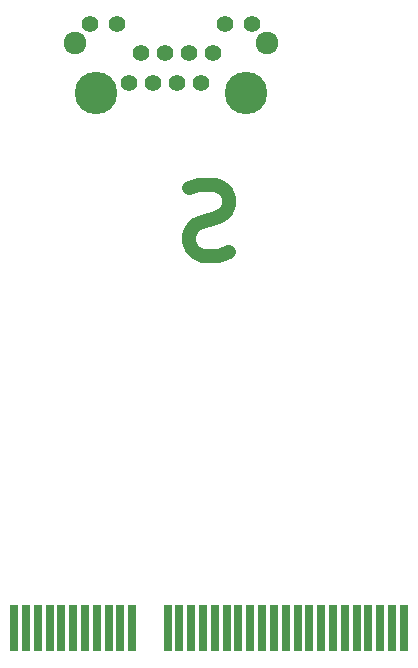
<source format=gbs>
G04 (created by PCBNEW (2013-jul-07)-stable) date Thu 13 Feb 2014 02:22:19 AM EST*
%MOIN*%
G04 Gerber Fmt 3.4, Leading zero omitted, Abs format*
%FSLAX34Y34*%
G01*
G70*
G90*
G04 APERTURE LIST*
%ADD10C,0.00590551*%
%ADD11C,0.0472441*%
%ADD12R,0.0275X0.1574*%
%ADD13C,0.0551*%
%ADD14C,0.1417*%
%ADD15C,0.0757*%
G04 APERTURE END LIST*
G54D10*
G54D11*
X84611Y-33245D02*
X84274Y-33357D01*
X83712Y-33357D01*
X83487Y-33245D01*
X83374Y-33132D01*
X83262Y-32907D01*
X83262Y-32682D01*
X83374Y-32457D01*
X83487Y-32345D01*
X83712Y-32232D01*
X84161Y-32120D01*
X84386Y-32007D01*
X84499Y-31895D01*
X84611Y-31670D01*
X84611Y-31445D01*
X84499Y-31220D01*
X84386Y-31107D01*
X84161Y-30995D01*
X83599Y-30995D01*
X83262Y-31107D01*
X84611Y-33245D02*
X84274Y-33357D01*
X83712Y-33357D01*
X83487Y-33245D01*
X83374Y-33132D01*
X83262Y-32907D01*
X83262Y-32682D01*
X83374Y-32457D01*
X83487Y-32345D01*
X83712Y-32232D01*
X84161Y-32120D01*
X84386Y-32007D01*
X84499Y-31895D01*
X84611Y-31670D01*
X84611Y-31445D01*
X84499Y-31220D01*
X84386Y-31107D01*
X84161Y-30995D01*
X83599Y-30995D01*
X83262Y-31107D01*
G54D12*
X77441Y-45787D03*
X77834Y-45787D03*
X78228Y-45787D03*
X78622Y-45787D03*
X79015Y-45787D03*
X79409Y-45787D03*
X79803Y-45787D03*
X80197Y-45787D03*
X80590Y-45787D03*
X80984Y-45787D03*
X81378Y-45787D03*
X82559Y-45787D03*
X82952Y-45787D03*
X83346Y-45787D03*
X83740Y-45787D03*
X84134Y-45787D03*
X84527Y-45787D03*
X84921Y-45787D03*
X85315Y-45787D03*
X85708Y-45787D03*
X86102Y-45787D03*
X86496Y-45787D03*
X86889Y-45787D03*
X87283Y-45787D03*
X87677Y-45787D03*
X88071Y-45787D03*
X88464Y-45787D03*
X88858Y-45787D03*
X89252Y-45787D03*
X89645Y-45787D03*
X90039Y-45787D03*
X90433Y-45787D03*
G54D13*
X84077Y-26602D03*
X83677Y-27602D03*
X83277Y-26602D03*
X82877Y-27602D03*
X82477Y-26602D03*
X82077Y-27602D03*
X81677Y-26602D03*
X81277Y-27602D03*
X85377Y-25652D03*
X84477Y-25652D03*
X80877Y-25652D03*
X79977Y-25652D03*
G54D14*
X85177Y-27952D03*
X80177Y-27952D03*
G54D15*
X79477Y-26282D03*
X85877Y-26282D03*
M02*

</source>
